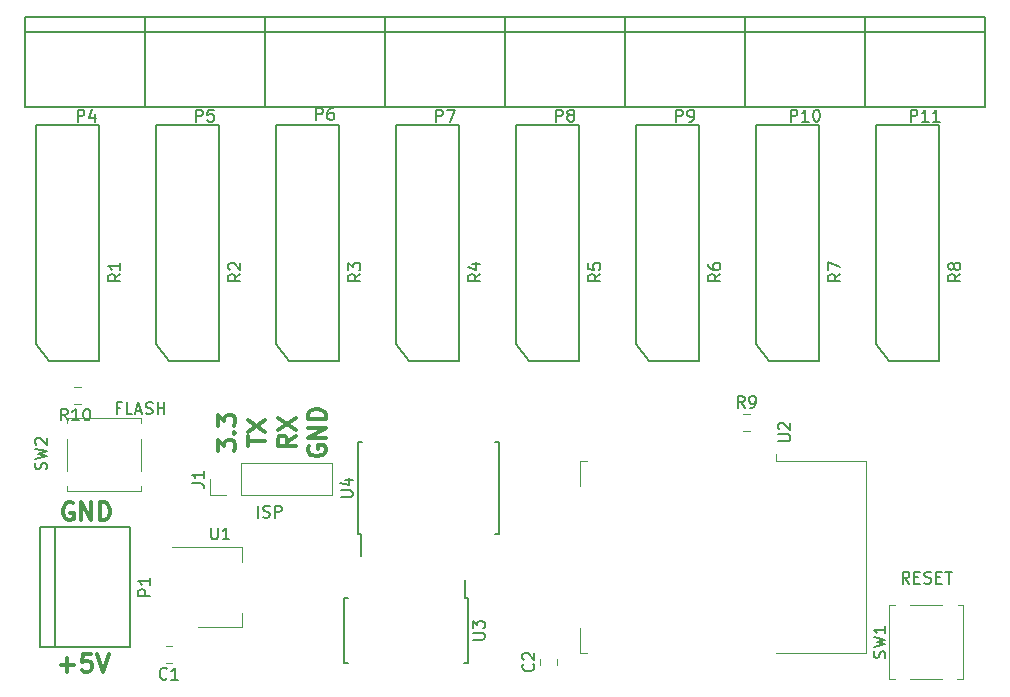
<source format=gto>
G04 #@! TF.GenerationSoftware,KiCad,Pcbnew,5.0.1-33cea8e~68~ubuntu18.04.1*
G04 #@! TF.CreationDate,2018-11-29T08:56:37+01:00*
G04 #@! TF.ProjectId,8RelaisReed,3852656C616973526565642E6B696361,rev?*
G04 #@! TF.SameCoordinates,Original*
G04 #@! TF.FileFunction,Legend,Top*
G04 #@! TF.FilePolarity,Positive*
%FSLAX46Y46*%
G04 Gerber Fmt 4.6, Leading zero omitted, Abs format (unit mm)*
G04 Created by KiCad (PCBNEW 5.0.1-33cea8e~68~ubuntu18.04.1) date jeu. 29 nov. 2018 08:56:37 CET*
%MOMM*%
%LPD*%
G01*
G04 APERTURE LIST*
%ADD10C,0.300000*%
%ADD11C,0.150000*%
%ADD12C,0.120000*%
G04 APERTURE END LIST*
D10*
X154738571Y-102790428D02*
X154738571Y-101861857D01*
X155310000Y-102361857D01*
X155310000Y-102147571D01*
X155381428Y-102004714D01*
X155452857Y-101933285D01*
X155595714Y-101861857D01*
X155952857Y-101861857D01*
X156095714Y-101933285D01*
X156167142Y-102004714D01*
X156238571Y-102147571D01*
X156238571Y-102576142D01*
X156167142Y-102719000D01*
X156095714Y-102790428D01*
X156095714Y-101219000D02*
X156167142Y-101147571D01*
X156238571Y-101219000D01*
X156167142Y-101290428D01*
X156095714Y-101219000D01*
X156238571Y-101219000D01*
X154738571Y-100647571D02*
X154738571Y-99719000D01*
X155310000Y-100219000D01*
X155310000Y-100004714D01*
X155381428Y-99861857D01*
X155452857Y-99790428D01*
X155595714Y-99719000D01*
X155952857Y-99719000D01*
X156095714Y-99790428D01*
X156167142Y-99861857D01*
X156238571Y-100004714D01*
X156238571Y-100433285D01*
X156167142Y-100576142D01*
X156095714Y-100647571D01*
X157288571Y-102361857D02*
X157288571Y-101504714D01*
X158788571Y-101933285D02*
X157288571Y-101933285D01*
X157288571Y-101147571D02*
X158788571Y-100147571D01*
X157288571Y-100147571D02*
X158788571Y-101147571D01*
X161338571Y-101469000D02*
X160624285Y-101969000D01*
X161338571Y-102326142D02*
X159838571Y-102326142D01*
X159838571Y-101754714D01*
X159910000Y-101611857D01*
X159981428Y-101540428D01*
X160124285Y-101469000D01*
X160338571Y-101469000D01*
X160481428Y-101540428D01*
X160552857Y-101611857D01*
X160624285Y-101754714D01*
X160624285Y-102326142D01*
X159838571Y-100969000D02*
X161338571Y-99969000D01*
X159838571Y-99969000D02*
X161338571Y-100969000D01*
X162460000Y-102361857D02*
X162388571Y-102504714D01*
X162388571Y-102719000D01*
X162460000Y-102933285D01*
X162602857Y-103076142D01*
X162745714Y-103147571D01*
X163031428Y-103219000D01*
X163245714Y-103219000D01*
X163531428Y-103147571D01*
X163674285Y-103076142D01*
X163817142Y-102933285D01*
X163888571Y-102719000D01*
X163888571Y-102576142D01*
X163817142Y-102361857D01*
X163745714Y-102290428D01*
X163245714Y-102290428D01*
X163245714Y-102576142D01*
X163888571Y-101647571D02*
X162388571Y-101647571D01*
X163888571Y-100790428D01*
X162388571Y-100790428D01*
X163888571Y-100076142D02*
X162388571Y-100076142D01*
X162388571Y-99719000D01*
X162460000Y-99504714D01*
X162602857Y-99361857D01*
X162745714Y-99290428D01*
X163031428Y-99219000D01*
X163245714Y-99219000D01*
X163531428Y-99290428D01*
X163674285Y-99361857D01*
X163817142Y-99504714D01*
X163888571Y-99719000D01*
X163888571Y-100076142D01*
X142494142Y-107200000D02*
X142351285Y-107128571D01*
X142137000Y-107128571D01*
X141922714Y-107200000D01*
X141779857Y-107342857D01*
X141708428Y-107485714D01*
X141637000Y-107771428D01*
X141637000Y-107985714D01*
X141708428Y-108271428D01*
X141779857Y-108414285D01*
X141922714Y-108557142D01*
X142137000Y-108628571D01*
X142279857Y-108628571D01*
X142494142Y-108557142D01*
X142565571Y-108485714D01*
X142565571Y-107985714D01*
X142279857Y-107985714D01*
X143208428Y-108628571D02*
X143208428Y-107128571D01*
X144065571Y-108628571D01*
X144065571Y-107128571D01*
X144779857Y-108628571D02*
X144779857Y-107128571D01*
X145137000Y-107128571D01*
X145351285Y-107200000D01*
X145494142Y-107342857D01*
X145565571Y-107485714D01*
X145637000Y-107771428D01*
X145637000Y-107985714D01*
X145565571Y-108271428D01*
X145494142Y-108414285D01*
X145351285Y-108557142D01*
X145137000Y-108628571D01*
X144779857Y-108628571D01*
X141454428Y-120884142D02*
X142597285Y-120884142D01*
X142025857Y-121455571D02*
X142025857Y-120312714D01*
X144025857Y-119955571D02*
X143311571Y-119955571D01*
X143240142Y-120669857D01*
X143311571Y-120598428D01*
X143454428Y-120527000D01*
X143811571Y-120527000D01*
X143954428Y-120598428D01*
X144025857Y-120669857D01*
X144097285Y-120812714D01*
X144097285Y-121169857D01*
X144025857Y-121312714D01*
X143954428Y-121384142D01*
X143811571Y-121455571D01*
X143454428Y-121455571D01*
X143311571Y-121384142D01*
X143240142Y-121312714D01*
X144525857Y-119955571D02*
X145025857Y-121455571D01*
X145525857Y-119955571D01*
D11*
G04 #@! TO.C,P1*
X140970000Y-119380000D02*
X140970000Y-109220000D01*
X139700000Y-119380000D02*
X147320000Y-119380000D01*
X147320000Y-119380000D02*
X147320000Y-109220000D01*
X147320000Y-109220000D02*
X139700000Y-109220000D01*
X139700000Y-109220000D02*
X139700000Y-119380000D01*
G04 #@! TO.C,P4*
X138430000Y-67310000D02*
X148590000Y-67310000D01*
X138430000Y-66040000D02*
X138430000Y-73660000D01*
X138430000Y-73660000D02*
X148590000Y-73660000D01*
X148590000Y-73660000D02*
X148590000Y-66040000D01*
X148590000Y-66040000D02*
X138430000Y-66040000D01*
G04 #@! TO.C,P5*
X148590000Y-67310000D02*
X158750000Y-67310000D01*
X148590000Y-66040000D02*
X148590000Y-73660000D01*
X148590000Y-73660000D02*
X158750000Y-73660000D01*
X158750000Y-73660000D02*
X158750000Y-66040000D01*
X158750000Y-66040000D02*
X148590000Y-66040000D01*
G04 #@! TO.C,P6*
X158750000Y-67310000D02*
X168910000Y-67310000D01*
X158750000Y-66040000D02*
X158750000Y-73660000D01*
X158750000Y-73660000D02*
X168910000Y-73660000D01*
X168910000Y-73660000D02*
X168910000Y-66040000D01*
X168910000Y-66040000D02*
X158750000Y-66040000D01*
G04 #@! TO.C,P7*
X168910000Y-67310000D02*
X179070000Y-67310000D01*
X168910000Y-66040000D02*
X168910000Y-73660000D01*
X168910000Y-73660000D02*
X179070000Y-73660000D01*
X179070000Y-73660000D02*
X179070000Y-66040000D01*
X179070000Y-66040000D02*
X168910000Y-66040000D01*
G04 #@! TO.C,P8*
X179070000Y-67310000D02*
X189230000Y-67310000D01*
X179070000Y-66040000D02*
X179070000Y-73660000D01*
X179070000Y-73660000D02*
X189230000Y-73660000D01*
X189230000Y-73660000D02*
X189230000Y-66040000D01*
X189230000Y-66040000D02*
X179070000Y-66040000D01*
G04 #@! TO.C,P9*
X189230000Y-67310000D02*
X199390000Y-67310000D01*
X189230000Y-66040000D02*
X189230000Y-73660000D01*
X189230000Y-73660000D02*
X199390000Y-73660000D01*
X199390000Y-73660000D02*
X199390000Y-66040000D01*
X199390000Y-66040000D02*
X189230000Y-66040000D01*
G04 #@! TO.C,P10*
X199390000Y-67310000D02*
X209550000Y-67310000D01*
X199390000Y-66040000D02*
X199390000Y-73660000D01*
X199390000Y-73660000D02*
X209550000Y-73660000D01*
X209550000Y-73660000D02*
X209550000Y-66040000D01*
X209550000Y-66040000D02*
X199390000Y-66040000D01*
G04 #@! TO.C,P11*
X209550000Y-67310000D02*
X219710000Y-67310000D01*
X209550000Y-66040000D02*
X209550000Y-73660000D01*
X209550000Y-73660000D02*
X219710000Y-73660000D01*
X219710000Y-73660000D02*
X219710000Y-66040000D01*
X219710000Y-66040000D02*
X209550000Y-66040000D01*
G04 #@! TO.C,R1*
X139340000Y-75210000D02*
X139340000Y-93710000D01*
X139340000Y-93710000D02*
X140440000Y-95110000D01*
X140440000Y-95110000D02*
X144740000Y-95110000D01*
X144740000Y-95110000D02*
X144740000Y-75210000D01*
X144740000Y-75210000D02*
X139340000Y-75210000D01*
G04 #@! TO.C,R2*
X149500000Y-75210000D02*
X149500000Y-93710000D01*
X149500000Y-93710000D02*
X150600000Y-95110000D01*
X150600000Y-95110000D02*
X154900000Y-95110000D01*
X154900000Y-95110000D02*
X154900000Y-75210000D01*
X154900000Y-75210000D02*
X149500000Y-75210000D01*
G04 #@! TO.C,R3*
X159660000Y-75210000D02*
X159660000Y-93710000D01*
X159660000Y-93710000D02*
X160760000Y-95110000D01*
X160760000Y-95110000D02*
X165060000Y-95110000D01*
X165060000Y-95110000D02*
X165060000Y-75210000D01*
X165060000Y-75210000D02*
X159660000Y-75210000D01*
G04 #@! TO.C,R4*
X169820000Y-75210000D02*
X169820000Y-93710000D01*
X169820000Y-93710000D02*
X170920000Y-95110000D01*
X170920000Y-95110000D02*
X175220000Y-95110000D01*
X175220000Y-95110000D02*
X175220000Y-75210000D01*
X175220000Y-75210000D02*
X169820000Y-75210000D01*
G04 #@! TO.C,R5*
X179980000Y-75210000D02*
X179980000Y-93710000D01*
X179980000Y-93710000D02*
X181080000Y-95110000D01*
X181080000Y-95110000D02*
X185380000Y-95110000D01*
X185380000Y-95110000D02*
X185380000Y-75210000D01*
X185380000Y-75210000D02*
X179980000Y-75210000D01*
G04 #@! TO.C,R6*
X190140000Y-75210000D02*
X190140000Y-93710000D01*
X190140000Y-93710000D02*
X191240000Y-95110000D01*
X191240000Y-95110000D02*
X195540000Y-95110000D01*
X195540000Y-95110000D02*
X195540000Y-75210000D01*
X195540000Y-75210000D02*
X190140000Y-75210000D01*
G04 #@! TO.C,R7*
X200300000Y-75210000D02*
X200300000Y-93710000D01*
X200300000Y-93710000D02*
X201400000Y-95110000D01*
X201400000Y-95110000D02*
X205700000Y-95110000D01*
X205700000Y-95110000D02*
X205700000Y-75210000D01*
X205700000Y-75210000D02*
X200300000Y-75210000D01*
G04 #@! TO.C,R8*
X210460000Y-75210000D02*
X210460000Y-93710000D01*
X210460000Y-93710000D02*
X211560000Y-95110000D01*
X211560000Y-95110000D02*
X215860000Y-95110000D01*
X215860000Y-95110000D02*
X215860000Y-75210000D01*
X215860000Y-75210000D02*
X210460000Y-75210000D01*
D12*
G04 #@! TO.C,U1*
X156850000Y-117710000D02*
X156850000Y-116450000D01*
X156850000Y-110890000D02*
X156850000Y-112150000D01*
X153090000Y-117710000D02*
X156850000Y-117710000D01*
X150840000Y-110890000D02*
X156850000Y-110890000D01*
G04 #@! TO.C,C1*
X150874252Y-120725000D02*
X150351748Y-120725000D01*
X150874252Y-119305000D02*
X150351748Y-119305000D01*
G04 #@! TO.C,C2*
X183463000Y-120902252D02*
X183463000Y-120379748D01*
X182043000Y-120902252D02*
X182043000Y-120379748D01*
G04 #@! TO.C,R9*
X199264748Y-99620000D02*
X199787252Y-99620000D01*
X199264748Y-101040000D02*
X199787252Y-101040000D01*
G04 #@! TO.C,SW1*
X217375000Y-122108000D02*
X217825000Y-122108000D01*
X217825000Y-122108000D02*
X217825000Y-115808000D01*
X217825000Y-115808000D02*
X217425000Y-115808000D01*
X216075000Y-122108000D02*
X213375000Y-122108000D01*
X213375000Y-115808000D02*
X216075000Y-115808000D01*
X211625000Y-122108000D02*
X211625000Y-115808000D01*
X211625000Y-115808000D02*
X212075000Y-115808000D01*
X212075000Y-122108000D02*
X211625000Y-122108000D01*
G04 #@! TO.C,U2*
X209628000Y-103620000D02*
X209628000Y-119860000D01*
X209628000Y-119860000D02*
X202008000Y-119860000D01*
X186008000Y-119860000D02*
X185388000Y-119860000D01*
X185388000Y-119860000D02*
X185388000Y-117740000D01*
X185388000Y-105740000D02*
X185388000Y-103620000D01*
X185388000Y-103620000D02*
X186008000Y-103620000D01*
X202008000Y-103620000D02*
X209628000Y-103620000D01*
X202008000Y-103620000D02*
X202008000Y-103010000D01*
D11*
G04 #@! TO.C,U4*
X166643000Y-109794000D02*
X166893000Y-109794000D01*
X166643000Y-102044000D02*
X166988000Y-102044000D01*
X178543000Y-102044000D02*
X178198000Y-102044000D01*
X178543000Y-109794000D02*
X178198000Y-109794000D01*
X166643000Y-109794000D02*
X166643000Y-102044000D01*
X178543000Y-109794000D02*
X178543000Y-102044000D01*
X166893000Y-109794000D02*
X166893000Y-111619000D01*
G04 #@! TO.C,U3*
X175963000Y-115208000D02*
X175688000Y-115208000D01*
X175963000Y-120758000D02*
X175608000Y-120758000D01*
X165413000Y-120758000D02*
X165768000Y-120758000D01*
X165413000Y-115208000D02*
X165768000Y-115208000D01*
X175963000Y-115208000D02*
X175963000Y-120758000D01*
X165413000Y-115208000D02*
X165413000Y-120758000D01*
X175688000Y-115208000D02*
X175688000Y-113683000D01*
D12*
G04 #@! TO.C,J1*
X164398000Y-106486000D02*
X164398000Y-103826000D01*
X156718000Y-106486000D02*
X164398000Y-106486000D01*
X156718000Y-103826000D02*
X164398000Y-103826000D01*
X156718000Y-106486000D02*
X156718000Y-103826000D01*
X155448000Y-106486000D02*
X154118000Y-106486000D01*
X154118000Y-106486000D02*
X154118000Y-105156000D01*
G04 #@! TO.C,R10*
X143145252Y-98754000D02*
X142622748Y-98754000D01*
X143145252Y-97334000D02*
X142622748Y-97334000D01*
G04 #@! TO.C,SW2*
X148270000Y-100442000D02*
X148270000Y-99992000D01*
X148270000Y-99992000D02*
X141970000Y-99992000D01*
X141970000Y-99992000D02*
X141970000Y-100392000D01*
X148270000Y-101742000D02*
X148270000Y-104442000D01*
X141970000Y-104442000D02*
X141970000Y-101742000D01*
X148270000Y-106192000D02*
X141970000Y-106192000D01*
X141970000Y-106192000D02*
X141970000Y-105742000D01*
X148270000Y-105742000D02*
X148270000Y-106192000D01*
G04 #@! TO.C,P1*
D11*
X149042380Y-115038095D02*
X148042380Y-115038095D01*
X148042380Y-114657142D01*
X148090000Y-114561904D01*
X148137619Y-114514285D01*
X148232857Y-114466666D01*
X148375714Y-114466666D01*
X148470952Y-114514285D01*
X148518571Y-114561904D01*
X148566190Y-114657142D01*
X148566190Y-115038095D01*
X149042380Y-113514285D02*
X149042380Y-114085714D01*
X149042380Y-113800000D02*
X148042380Y-113800000D01*
X148185238Y-113895238D01*
X148280476Y-113990476D01*
X148328095Y-114085714D01*
G04 #@! TO.C,P4*
X142898904Y-74874380D02*
X142898904Y-73874380D01*
X143279857Y-73874380D01*
X143375095Y-73922000D01*
X143422714Y-73969619D01*
X143470333Y-74064857D01*
X143470333Y-74207714D01*
X143422714Y-74302952D01*
X143375095Y-74350571D01*
X143279857Y-74398190D01*
X142898904Y-74398190D01*
X144327476Y-74207714D02*
X144327476Y-74874380D01*
X144089380Y-73826761D02*
X143851285Y-74541047D01*
X144470333Y-74541047D01*
G04 #@! TO.C,P5*
X152931904Y-74874380D02*
X152931904Y-73874380D01*
X153312857Y-73874380D01*
X153408095Y-73922000D01*
X153455714Y-73969619D01*
X153503333Y-74064857D01*
X153503333Y-74207714D01*
X153455714Y-74302952D01*
X153408095Y-74350571D01*
X153312857Y-74398190D01*
X152931904Y-74398190D01*
X154408095Y-73874380D02*
X153931904Y-73874380D01*
X153884285Y-74350571D01*
X153931904Y-74302952D01*
X154027142Y-74255333D01*
X154265238Y-74255333D01*
X154360476Y-74302952D01*
X154408095Y-74350571D01*
X154455714Y-74445809D01*
X154455714Y-74683904D01*
X154408095Y-74779142D01*
X154360476Y-74826761D01*
X154265238Y-74874380D01*
X154027142Y-74874380D01*
X153931904Y-74826761D01*
X153884285Y-74779142D01*
G04 #@! TO.C,P6*
X163091904Y-74747380D02*
X163091904Y-73747380D01*
X163472857Y-73747380D01*
X163568095Y-73795000D01*
X163615714Y-73842619D01*
X163663333Y-73937857D01*
X163663333Y-74080714D01*
X163615714Y-74175952D01*
X163568095Y-74223571D01*
X163472857Y-74271190D01*
X163091904Y-74271190D01*
X164520476Y-73747380D02*
X164330000Y-73747380D01*
X164234761Y-73795000D01*
X164187142Y-73842619D01*
X164091904Y-73985476D01*
X164044285Y-74175952D01*
X164044285Y-74556904D01*
X164091904Y-74652142D01*
X164139523Y-74699761D01*
X164234761Y-74747380D01*
X164425238Y-74747380D01*
X164520476Y-74699761D01*
X164568095Y-74652142D01*
X164615714Y-74556904D01*
X164615714Y-74318809D01*
X164568095Y-74223571D01*
X164520476Y-74175952D01*
X164425238Y-74128333D01*
X164234761Y-74128333D01*
X164139523Y-74175952D01*
X164091904Y-74223571D01*
X164044285Y-74318809D01*
G04 #@! TO.C,P7*
X173251904Y-74874380D02*
X173251904Y-73874380D01*
X173632857Y-73874380D01*
X173728095Y-73922000D01*
X173775714Y-73969619D01*
X173823333Y-74064857D01*
X173823333Y-74207714D01*
X173775714Y-74302952D01*
X173728095Y-74350571D01*
X173632857Y-74398190D01*
X173251904Y-74398190D01*
X174156666Y-73874380D02*
X174823333Y-73874380D01*
X174394761Y-74874380D01*
G04 #@! TO.C,P8*
X183411904Y-74874380D02*
X183411904Y-73874380D01*
X183792857Y-73874380D01*
X183888095Y-73922000D01*
X183935714Y-73969619D01*
X183983333Y-74064857D01*
X183983333Y-74207714D01*
X183935714Y-74302952D01*
X183888095Y-74350571D01*
X183792857Y-74398190D01*
X183411904Y-74398190D01*
X184554761Y-74302952D02*
X184459523Y-74255333D01*
X184411904Y-74207714D01*
X184364285Y-74112476D01*
X184364285Y-74064857D01*
X184411904Y-73969619D01*
X184459523Y-73922000D01*
X184554761Y-73874380D01*
X184745238Y-73874380D01*
X184840476Y-73922000D01*
X184888095Y-73969619D01*
X184935714Y-74064857D01*
X184935714Y-74112476D01*
X184888095Y-74207714D01*
X184840476Y-74255333D01*
X184745238Y-74302952D01*
X184554761Y-74302952D01*
X184459523Y-74350571D01*
X184411904Y-74398190D01*
X184364285Y-74493428D01*
X184364285Y-74683904D01*
X184411904Y-74779142D01*
X184459523Y-74826761D01*
X184554761Y-74874380D01*
X184745238Y-74874380D01*
X184840476Y-74826761D01*
X184888095Y-74779142D01*
X184935714Y-74683904D01*
X184935714Y-74493428D01*
X184888095Y-74398190D01*
X184840476Y-74350571D01*
X184745238Y-74302952D01*
G04 #@! TO.C,P9*
X193571904Y-74874380D02*
X193571904Y-73874380D01*
X193952857Y-73874380D01*
X194048095Y-73922000D01*
X194095714Y-73969619D01*
X194143333Y-74064857D01*
X194143333Y-74207714D01*
X194095714Y-74302952D01*
X194048095Y-74350571D01*
X193952857Y-74398190D01*
X193571904Y-74398190D01*
X194619523Y-74874380D02*
X194810000Y-74874380D01*
X194905238Y-74826761D01*
X194952857Y-74779142D01*
X195048095Y-74636285D01*
X195095714Y-74445809D01*
X195095714Y-74064857D01*
X195048095Y-73969619D01*
X195000476Y-73922000D01*
X194905238Y-73874380D01*
X194714761Y-73874380D01*
X194619523Y-73922000D01*
X194571904Y-73969619D01*
X194524285Y-74064857D01*
X194524285Y-74302952D01*
X194571904Y-74398190D01*
X194619523Y-74445809D01*
X194714761Y-74493428D01*
X194905238Y-74493428D01*
X195000476Y-74445809D01*
X195048095Y-74398190D01*
X195095714Y-74302952D01*
G04 #@! TO.C,P10*
X203255714Y-74874380D02*
X203255714Y-73874380D01*
X203636666Y-73874380D01*
X203731904Y-73922000D01*
X203779523Y-73969619D01*
X203827142Y-74064857D01*
X203827142Y-74207714D01*
X203779523Y-74302952D01*
X203731904Y-74350571D01*
X203636666Y-74398190D01*
X203255714Y-74398190D01*
X204779523Y-74874380D02*
X204208095Y-74874380D01*
X204493809Y-74874380D02*
X204493809Y-73874380D01*
X204398571Y-74017238D01*
X204303333Y-74112476D01*
X204208095Y-74160095D01*
X205398571Y-73874380D02*
X205493809Y-73874380D01*
X205589047Y-73922000D01*
X205636666Y-73969619D01*
X205684285Y-74064857D01*
X205731904Y-74255333D01*
X205731904Y-74493428D01*
X205684285Y-74683904D01*
X205636666Y-74779142D01*
X205589047Y-74826761D01*
X205493809Y-74874380D01*
X205398571Y-74874380D01*
X205303333Y-74826761D01*
X205255714Y-74779142D01*
X205208095Y-74683904D01*
X205160476Y-74493428D01*
X205160476Y-74255333D01*
X205208095Y-74064857D01*
X205255714Y-73969619D01*
X205303333Y-73922000D01*
X205398571Y-73874380D01*
G04 #@! TO.C,P11*
X213415714Y-74874380D02*
X213415714Y-73874380D01*
X213796666Y-73874380D01*
X213891904Y-73922000D01*
X213939523Y-73969619D01*
X213987142Y-74064857D01*
X213987142Y-74207714D01*
X213939523Y-74302952D01*
X213891904Y-74350571D01*
X213796666Y-74398190D01*
X213415714Y-74398190D01*
X214939523Y-74874380D02*
X214368095Y-74874380D01*
X214653809Y-74874380D02*
X214653809Y-73874380D01*
X214558571Y-74017238D01*
X214463333Y-74112476D01*
X214368095Y-74160095D01*
X215891904Y-74874380D02*
X215320476Y-74874380D01*
X215606190Y-74874380D02*
X215606190Y-73874380D01*
X215510952Y-74017238D01*
X215415714Y-74112476D01*
X215320476Y-74160095D01*
G04 #@! TO.C,R1*
X146502380Y-87796666D02*
X146026190Y-88130000D01*
X146502380Y-88368095D02*
X145502380Y-88368095D01*
X145502380Y-87987142D01*
X145550000Y-87891904D01*
X145597619Y-87844285D01*
X145692857Y-87796666D01*
X145835714Y-87796666D01*
X145930952Y-87844285D01*
X145978571Y-87891904D01*
X146026190Y-87987142D01*
X146026190Y-88368095D01*
X146502380Y-86844285D02*
X146502380Y-87415714D01*
X146502380Y-87130000D02*
X145502380Y-87130000D01*
X145645238Y-87225238D01*
X145740476Y-87320476D01*
X145788095Y-87415714D01*
G04 #@! TO.C,R2*
X156662380Y-87796666D02*
X156186190Y-88130000D01*
X156662380Y-88368095D02*
X155662380Y-88368095D01*
X155662380Y-87987142D01*
X155710000Y-87891904D01*
X155757619Y-87844285D01*
X155852857Y-87796666D01*
X155995714Y-87796666D01*
X156090952Y-87844285D01*
X156138571Y-87891904D01*
X156186190Y-87987142D01*
X156186190Y-88368095D01*
X155757619Y-87415714D02*
X155710000Y-87368095D01*
X155662380Y-87272857D01*
X155662380Y-87034761D01*
X155710000Y-86939523D01*
X155757619Y-86891904D01*
X155852857Y-86844285D01*
X155948095Y-86844285D01*
X156090952Y-86891904D01*
X156662380Y-87463333D01*
X156662380Y-86844285D01*
G04 #@! TO.C,R3*
X166822380Y-87796666D02*
X166346190Y-88130000D01*
X166822380Y-88368095D02*
X165822380Y-88368095D01*
X165822380Y-87987142D01*
X165870000Y-87891904D01*
X165917619Y-87844285D01*
X166012857Y-87796666D01*
X166155714Y-87796666D01*
X166250952Y-87844285D01*
X166298571Y-87891904D01*
X166346190Y-87987142D01*
X166346190Y-88368095D01*
X165822380Y-87463333D02*
X165822380Y-86844285D01*
X166203333Y-87177619D01*
X166203333Y-87034761D01*
X166250952Y-86939523D01*
X166298571Y-86891904D01*
X166393809Y-86844285D01*
X166631904Y-86844285D01*
X166727142Y-86891904D01*
X166774761Y-86939523D01*
X166822380Y-87034761D01*
X166822380Y-87320476D01*
X166774761Y-87415714D01*
X166727142Y-87463333D01*
G04 #@! TO.C,R4*
X176982380Y-87796666D02*
X176506190Y-88130000D01*
X176982380Y-88368095D02*
X175982380Y-88368095D01*
X175982380Y-87987142D01*
X176030000Y-87891904D01*
X176077619Y-87844285D01*
X176172857Y-87796666D01*
X176315714Y-87796666D01*
X176410952Y-87844285D01*
X176458571Y-87891904D01*
X176506190Y-87987142D01*
X176506190Y-88368095D01*
X176315714Y-86939523D02*
X176982380Y-86939523D01*
X175934761Y-87177619D02*
X176649047Y-87415714D01*
X176649047Y-86796666D01*
G04 #@! TO.C,R5*
X187142380Y-87796666D02*
X186666190Y-88130000D01*
X187142380Y-88368095D02*
X186142380Y-88368095D01*
X186142380Y-87987142D01*
X186190000Y-87891904D01*
X186237619Y-87844285D01*
X186332857Y-87796666D01*
X186475714Y-87796666D01*
X186570952Y-87844285D01*
X186618571Y-87891904D01*
X186666190Y-87987142D01*
X186666190Y-88368095D01*
X186142380Y-86891904D02*
X186142380Y-87368095D01*
X186618571Y-87415714D01*
X186570952Y-87368095D01*
X186523333Y-87272857D01*
X186523333Y-87034761D01*
X186570952Y-86939523D01*
X186618571Y-86891904D01*
X186713809Y-86844285D01*
X186951904Y-86844285D01*
X187047142Y-86891904D01*
X187094761Y-86939523D01*
X187142380Y-87034761D01*
X187142380Y-87272857D01*
X187094761Y-87368095D01*
X187047142Y-87415714D01*
G04 #@! TO.C,R6*
X197302380Y-87796666D02*
X196826190Y-88130000D01*
X197302380Y-88368095D02*
X196302380Y-88368095D01*
X196302380Y-87987142D01*
X196350000Y-87891904D01*
X196397619Y-87844285D01*
X196492857Y-87796666D01*
X196635714Y-87796666D01*
X196730952Y-87844285D01*
X196778571Y-87891904D01*
X196826190Y-87987142D01*
X196826190Y-88368095D01*
X196302380Y-86939523D02*
X196302380Y-87130000D01*
X196350000Y-87225238D01*
X196397619Y-87272857D01*
X196540476Y-87368095D01*
X196730952Y-87415714D01*
X197111904Y-87415714D01*
X197207142Y-87368095D01*
X197254761Y-87320476D01*
X197302380Y-87225238D01*
X197302380Y-87034761D01*
X197254761Y-86939523D01*
X197207142Y-86891904D01*
X197111904Y-86844285D01*
X196873809Y-86844285D01*
X196778571Y-86891904D01*
X196730952Y-86939523D01*
X196683333Y-87034761D01*
X196683333Y-87225238D01*
X196730952Y-87320476D01*
X196778571Y-87368095D01*
X196873809Y-87415714D01*
G04 #@! TO.C,R7*
X207462380Y-87796666D02*
X206986190Y-88130000D01*
X207462380Y-88368095D02*
X206462380Y-88368095D01*
X206462380Y-87987142D01*
X206510000Y-87891904D01*
X206557619Y-87844285D01*
X206652857Y-87796666D01*
X206795714Y-87796666D01*
X206890952Y-87844285D01*
X206938571Y-87891904D01*
X206986190Y-87987142D01*
X206986190Y-88368095D01*
X206462380Y-87463333D02*
X206462380Y-86796666D01*
X207462380Y-87225238D01*
G04 #@! TO.C,R8*
X217622380Y-87796666D02*
X217146190Y-88130000D01*
X217622380Y-88368095D02*
X216622380Y-88368095D01*
X216622380Y-87987142D01*
X216670000Y-87891904D01*
X216717619Y-87844285D01*
X216812857Y-87796666D01*
X216955714Y-87796666D01*
X217050952Y-87844285D01*
X217098571Y-87891904D01*
X217146190Y-87987142D01*
X217146190Y-88368095D01*
X217050952Y-87225238D02*
X217003333Y-87320476D01*
X216955714Y-87368095D01*
X216860476Y-87415714D01*
X216812857Y-87415714D01*
X216717619Y-87368095D01*
X216670000Y-87320476D01*
X216622380Y-87225238D01*
X216622380Y-87034761D01*
X216670000Y-86939523D01*
X216717619Y-86891904D01*
X216812857Y-86844285D01*
X216860476Y-86844285D01*
X216955714Y-86891904D01*
X217003333Y-86939523D01*
X217050952Y-87034761D01*
X217050952Y-87225238D01*
X217098571Y-87320476D01*
X217146190Y-87368095D01*
X217241428Y-87415714D01*
X217431904Y-87415714D01*
X217527142Y-87368095D01*
X217574761Y-87320476D01*
X217622380Y-87225238D01*
X217622380Y-87034761D01*
X217574761Y-86939523D01*
X217527142Y-86891904D01*
X217431904Y-86844285D01*
X217241428Y-86844285D01*
X217146190Y-86891904D01*
X217098571Y-86939523D01*
X217050952Y-87034761D01*
G04 #@! TO.C,U1*
X154178095Y-109252380D02*
X154178095Y-110061904D01*
X154225714Y-110157142D01*
X154273333Y-110204761D01*
X154368571Y-110252380D01*
X154559047Y-110252380D01*
X154654285Y-110204761D01*
X154701904Y-110157142D01*
X154749523Y-110061904D01*
X154749523Y-109252380D01*
X155749523Y-110252380D02*
X155178095Y-110252380D01*
X155463809Y-110252380D02*
X155463809Y-109252380D01*
X155368571Y-109395238D01*
X155273333Y-109490476D01*
X155178095Y-109538095D01*
G04 #@! TO.C,C1*
X150446333Y-122022142D02*
X150398714Y-122069761D01*
X150255857Y-122117380D01*
X150160619Y-122117380D01*
X150017761Y-122069761D01*
X149922523Y-121974523D01*
X149874904Y-121879285D01*
X149827285Y-121688809D01*
X149827285Y-121545952D01*
X149874904Y-121355476D01*
X149922523Y-121260238D01*
X150017761Y-121165000D01*
X150160619Y-121117380D01*
X150255857Y-121117380D01*
X150398714Y-121165000D01*
X150446333Y-121212619D01*
X151398714Y-122117380D02*
X150827285Y-122117380D01*
X151113000Y-122117380D02*
X151113000Y-121117380D01*
X151017761Y-121260238D01*
X150922523Y-121355476D01*
X150827285Y-121403095D01*
G04 #@! TO.C,C2*
X181460142Y-120807666D02*
X181507761Y-120855285D01*
X181555380Y-120998142D01*
X181555380Y-121093380D01*
X181507761Y-121236238D01*
X181412523Y-121331476D01*
X181317285Y-121379095D01*
X181126809Y-121426714D01*
X180983952Y-121426714D01*
X180793476Y-121379095D01*
X180698238Y-121331476D01*
X180603000Y-121236238D01*
X180555380Y-121093380D01*
X180555380Y-120998142D01*
X180603000Y-120855285D01*
X180650619Y-120807666D01*
X180650619Y-120426714D02*
X180603000Y-120379095D01*
X180555380Y-120283857D01*
X180555380Y-120045761D01*
X180603000Y-119950523D01*
X180650619Y-119902904D01*
X180745857Y-119855285D01*
X180841095Y-119855285D01*
X180983952Y-119902904D01*
X181555380Y-120474333D01*
X181555380Y-119855285D01*
G04 #@! TO.C,R9*
X199359333Y-99132380D02*
X199026000Y-98656190D01*
X198787904Y-99132380D02*
X198787904Y-98132380D01*
X199168857Y-98132380D01*
X199264095Y-98180000D01*
X199311714Y-98227619D01*
X199359333Y-98322857D01*
X199359333Y-98465714D01*
X199311714Y-98560952D01*
X199264095Y-98608571D01*
X199168857Y-98656190D01*
X198787904Y-98656190D01*
X199835523Y-99132380D02*
X200026000Y-99132380D01*
X200121238Y-99084761D01*
X200168857Y-99037142D01*
X200264095Y-98894285D01*
X200311714Y-98703809D01*
X200311714Y-98322857D01*
X200264095Y-98227619D01*
X200216476Y-98180000D01*
X200121238Y-98132380D01*
X199930761Y-98132380D01*
X199835523Y-98180000D01*
X199787904Y-98227619D01*
X199740285Y-98322857D01*
X199740285Y-98560952D01*
X199787904Y-98656190D01*
X199835523Y-98703809D01*
X199930761Y-98751428D01*
X200121238Y-98751428D01*
X200216476Y-98703809D01*
X200264095Y-98656190D01*
X200311714Y-98560952D01*
G04 #@! TO.C,SW1*
X211229761Y-120291333D02*
X211277380Y-120148476D01*
X211277380Y-119910380D01*
X211229761Y-119815142D01*
X211182142Y-119767523D01*
X211086904Y-119719904D01*
X210991666Y-119719904D01*
X210896428Y-119767523D01*
X210848809Y-119815142D01*
X210801190Y-119910380D01*
X210753571Y-120100857D01*
X210705952Y-120196095D01*
X210658333Y-120243714D01*
X210563095Y-120291333D01*
X210467857Y-120291333D01*
X210372619Y-120243714D01*
X210325000Y-120196095D01*
X210277380Y-120100857D01*
X210277380Y-119862761D01*
X210325000Y-119719904D01*
X210277380Y-119386571D02*
X211277380Y-119148476D01*
X210563095Y-118958000D01*
X211277380Y-118767523D01*
X210277380Y-118529428D01*
X211277380Y-117624666D02*
X211277380Y-118196095D01*
X211277380Y-117910380D02*
X210277380Y-117910380D01*
X210420238Y-118005619D01*
X210515476Y-118100857D01*
X210563095Y-118196095D01*
X213304619Y-113990380D02*
X212971285Y-113514190D01*
X212733190Y-113990380D02*
X212733190Y-112990380D01*
X213114142Y-112990380D01*
X213209380Y-113038000D01*
X213257000Y-113085619D01*
X213304619Y-113180857D01*
X213304619Y-113323714D01*
X213257000Y-113418952D01*
X213209380Y-113466571D01*
X213114142Y-113514190D01*
X212733190Y-113514190D01*
X213733190Y-113466571D02*
X214066523Y-113466571D01*
X214209380Y-113990380D02*
X213733190Y-113990380D01*
X213733190Y-112990380D01*
X214209380Y-112990380D01*
X214590333Y-113942761D02*
X214733190Y-113990380D01*
X214971285Y-113990380D01*
X215066523Y-113942761D01*
X215114142Y-113895142D01*
X215161761Y-113799904D01*
X215161761Y-113704666D01*
X215114142Y-113609428D01*
X215066523Y-113561809D01*
X214971285Y-113514190D01*
X214780809Y-113466571D01*
X214685571Y-113418952D01*
X214637952Y-113371333D01*
X214590333Y-113276095D01*
X214590333Y-113180857D01*
X214637952Y-113085619D01*
X214685571Y-113038000D01*
X214780809Y-112990380D01*
X215018904Y-112990380D01*
X215161761Y-113038000D01*
X215590333Y-113466571D02*
X215923666Y-113466571D01*
X216066523Y-113990380D02*
X215590333Y-113990380D01*
X215590333Y-112990380D01*
X216066523Y-112990380D01*
X216352238Y-112990380D02*
X216923666Y-112990380D01*
X216637952Y-113990380D02*
X216637952Y-112990380D01*
G04 #@! TO.C,U2*
X202220380Y-101941904D02*
X203029904Y-101941904D01*
X203125142Y-101894285D01*
X203172761Y-101846666D01*
X203220380Y-101751428D01*
X203220380Y-101560952D01*
X203172761Y-101465714D01*
X203125142Y-101418095D01*
X203029904Y-101370476D01*
X202220380Y-101370476D01*
X202315619Y-100941904D02*
X202268000Y-100894285D01*
X202220380Y-100799047D01*
X202220380Y-100560952D01*
X202268000Y-100465714D01*
X202315619Y-100418095D01*
X202410857Y-100370476D01*
X202506095Y-100370476D01*
X202648952Y-100418095D01*
X203220380Y-100989523D01*
X203220380Y-100370476D01*
G04 #@! TO.C,U4*
X165170380Y-106680904D02*
X165979904Y-106680904D01*
X166075142Y-106633285D01*
X166122761Y-106585666D01*
X166170380Y-106490428D01*
X166170380Y-106299952D01*
X166122761Y-106204714D01*
X166075142Y-106157095D01*
X165979904Y-106109476D01*
X165170380Y-106109476D01*
X165503714Y-105204714D02*
X166170380Y-105204714D01*
X165122761Y-105442809D02*
X165837047Y-105680904D01*
X165837047Y-105061857D01*
G04 #@! TO.C,U3*
X176340380Y-118744904D02*
X177149904Y-118744904D01*
X177245142Y-118697285D01*
X177292761Y-118649666D01*
X177340380Y-118554428D01*
X177340380Y-118363952D01*
X177292761Y-118268714D01*
X177245142Y-118221095D01*
X177149904Y-118173476D01*
X176340380Y-118173476D01*
X176340380Y-117792523D02*
X176340380Y-117173476D01*
X176721333Y-117506809D01*
X176721333Y-117363952D01*
X176768952Y-117268714D01*
X176816571Y-117221095D01*
X176911809Y-117173476D01*
X177149904Y-117173476D01*
X177245142Y-117221095D01*
X177292761Y-117268714D01*
X177340380Y-117363952D01*
X177340380Y-117649666D01*
X177292761Y-117744904D01*
X177245142Y-117792523D01*
G04 #@! TO.C,J1*
X152570380Y-105489333D02*
X153284666Y-105489333D01*
X153427523Y-105536952D01*
X153522761Y-105632190D01*
X153570380Y-105775047D01*
X153570380Y-105870285D01*
X153570380Y-104489333D02*
X153570380Y-105060761D01*
X153570380Y-104775047D02*
X152570380Y-104775047D01*
X152713238Y-104870285D01*
X152808476Y-104965523D01*
X152856095Y-105060761D01*
X158154809Y-108402380D02*
X158154809Y-107402380D01*
X158583380Y-108354761D02*
X158726238Y-108402380D01*
X158964333Y-108402380D01*
X159059571Y-108354761D01*
X159107190Y-108307142D01*
X159154809Y-108211904D01*
X159154809Y-108116666D01*
X159107190Y-108021428D01*
X159059571Y-107973809D01*
X158964333Y-107926190D01*
X158773857Y-107878571D01*
X158678619Y-107830952D01*
X158631000Y-107783333D01*
X158583380Y-107688095D01*
X158583380Y-107592857D01*
X158631000Y-107497619D01*
X158678619Y-107450000D01*
X158773857Y-107402380D01*
X159011952Y-107402380D01*
X159154809Y-107450000D01*
X159583380Y-108402380D02*
X159583380Y-107402380D01*
X159964333Y-107402380D01*
X160059571Y-107450000D01*
X160107190Y-107497619D01*
X160154809Y-107592857D01*
X160154809Y-107735714D01*
X160107190Y-107830952D01*
X160059571Y-107878571D01*
X159964333Y-107926190D01*
X159583380Y-107926190D01*
G04 #@! TO.C,R10*
X142051143Y-100179381D02*
X141717810Y-99703191D01*
X141479715Y-100179381D02*
X141479715Y-99179381D01*
X141860667Y-99179381D01*
X141955905Y-99227001D01*
X142003524Y-99274620D01*
X142051143Y-99369858D01*
X142051143Y-99512715D01*
X142003524Y-99607953D01*
X141955905Y-99655572D01*
X141860667Y-99703191D01*
X141479715Y-99703191D01*
X143003524Y-100179381D02*
X142432096Y-100179381D01*
X142717810Y-100179381D02*
X142717810Y-99179381D01*
X142622572Y-99322239D01*
X142527334Y-99417477D01*
X142432096Y-99465096D01*
X143622572Y-99179381D02*
X143717810Y-99179381D01*
X143813048Y-99227001D01*
X143860667Y-99274620D01*
X143908286Y-99369858D01*
X143955905Y-99560334D01*
X143955905Y-99798429D01*
X143908286Y-99988905D01*
X143860667Y-100084143D01*
X143813048Y-100131762D01*
X143717810Y-100179381D01*
X143622572Y-100179381D01*
X143527334Y-100131762D01*
X143479715Y-100084143D01*
X143432096Y-99988905D01*
X143384477Y-99798429D01*
X143384477Y-99560334D01*
X143432096Y-99369858D01*
X143479715Y-99274620D01*
X143527334Y-99227001D01*
X143622572Y-99179381D01*
G04 #@! TO.C,SW2*
X140231761Y-104330333D02*
X140279380Y-104187476D01*
X140279380Y-103949380D01*
X140231761Y-103854142D01*
X140184142Y-103806523D01*
X140088904Y-103758904D01*
X139993666Y-103758904D01*
X139898428Y-103806523D01*
X139850809Y-103854142D01*
X139803190Y-103949380D01*
X139755571Y-104139857D01*
X139707952Y-104235095D01*
X139660333Y-104282714D01*
X139565095Y-104330333D01*
X139469857Y-104330333D01*
X139374619Y-104282714D01*
X139327000Y-104235095D01*
X139279380Y-104139857D01*
X139279380Y-103901761D01*
X139327000Y-103758904D01*
X139279380Y-103425571D02*
X140279380Y-103187476D01*
X139565095Y-102997000D01*
X140279380Y-102806523D01*
X139279380Y-102568428D01*
X139374619Y-102235095D02*
X139327000Y-102187476D01*
X139279380Y-102092238D01*
X139279380Y-101854142D01*
X139327000Y-101758904D01*
X139374619Y-101711285D01*
X139469857Y-101663666D01*
X139565095Y-101663666D01*
X139707952Y-101711285D01*
X140279380Y-102282714D01*
X140279380Y-101663666D01*
X146518523Y-99115571D02*
X146185190Y-99115571D01*
X146185190Y-99639380D02*
X146185190Y-98639380D01*
X146661380Y-98639380D01*
X147518523Y-99639380D02*
X147042333Y-99639380D01*
X147042333Y-98639380D01*
X147804238Y-99353666D02*
X148280428Y-99353666D01*
X147709000Y-99639380D02*
X148042333Y-98639380D01*
X148375666Y-99639380D01*
X148661380Y-99591761D02*
X148804238Y-99639380D01*
X149042333Y-99639380D01*
X149137571Y-99591761D01*
X149185190Y-99544142D01*
X149232809Y-99448904D01*
X149232809Y-99353666D01*
X149185190Y-99258428D01*
X149137571Y-99210809D01*
X149042333Y-99163190D01*
X148851857Y-99115571D01*
X148756619Y-99067952D01*
X148709000Y-99020333D01*
X148661380Y-98925095D01*
X148661380Y-98829857D01*
X148709000Y-98734619D01*
X148756619Y-98687000D01*
X148851857Y-98639380D01*
X149089952Y-98639380D01*
X149232809Y-98687000D01*
X149661380Y-99639380D02*
X149661380Y-98639380D01*
X149661380Y-99115571D02*
X150232809Y-99115571D01*
X150232809Y-99639380D02*
X150232809Y-98639380D01*
G04 #@! TD*
M02*

</source>
